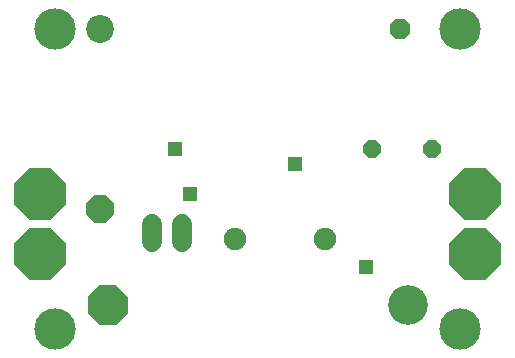
<source format=gbs>
G75*
G70*
%OFA0B0*%
%FSLAX24Y24*%
%IPPOS*%
%LPD*%
%AMOC8*
5,1,8,0,0,1.08239X$1,22.5*
%
%ADD10C,0.0749*%
%ADD11C,0.0930*%
%ADD12OC8,0.0930*%
%ADD13OC8,0.0600*%
%ADD14C,0.1320*%
%ADD15OC8,0.1320*%
%ADD16C,0.0680*%
%ADD17OC8,0.1720*%
%ADD18OC8,0.0680*%
%ADD19C,0.1380*%
%ADD20R,0.0476X0.0476*%
D10*
X007802Y005175D03*
X010802Y005175D03*
D11*
X003302Y012175D03*
D12*
X003302Y006175D03*
D13*
X012377Y008156D03*
X014377Y008156D03*
D14*
X013559Y002951D03*
D15*
X003559Y002951D03*
D16*
X005015Y005056D02*
X005015Y005656D01*
X006015Y005656D02*
X006015Y005056D01*
D17*
X001302Y004675D03*
X001302Y006675D03*
X015802Y006675D03*
X015802Y004675D03*
D18*
X013302Y012175D03*
D19*
X001802Y002175D03*
X001802Y012175D03*
X015302Y012175D03*
X015302Y002175D03*
D20*
X012152Y004225D03*
X009802Y007675D03*
X006302Y006675D03*
X005802Y008175D03*
M02*

</source>
